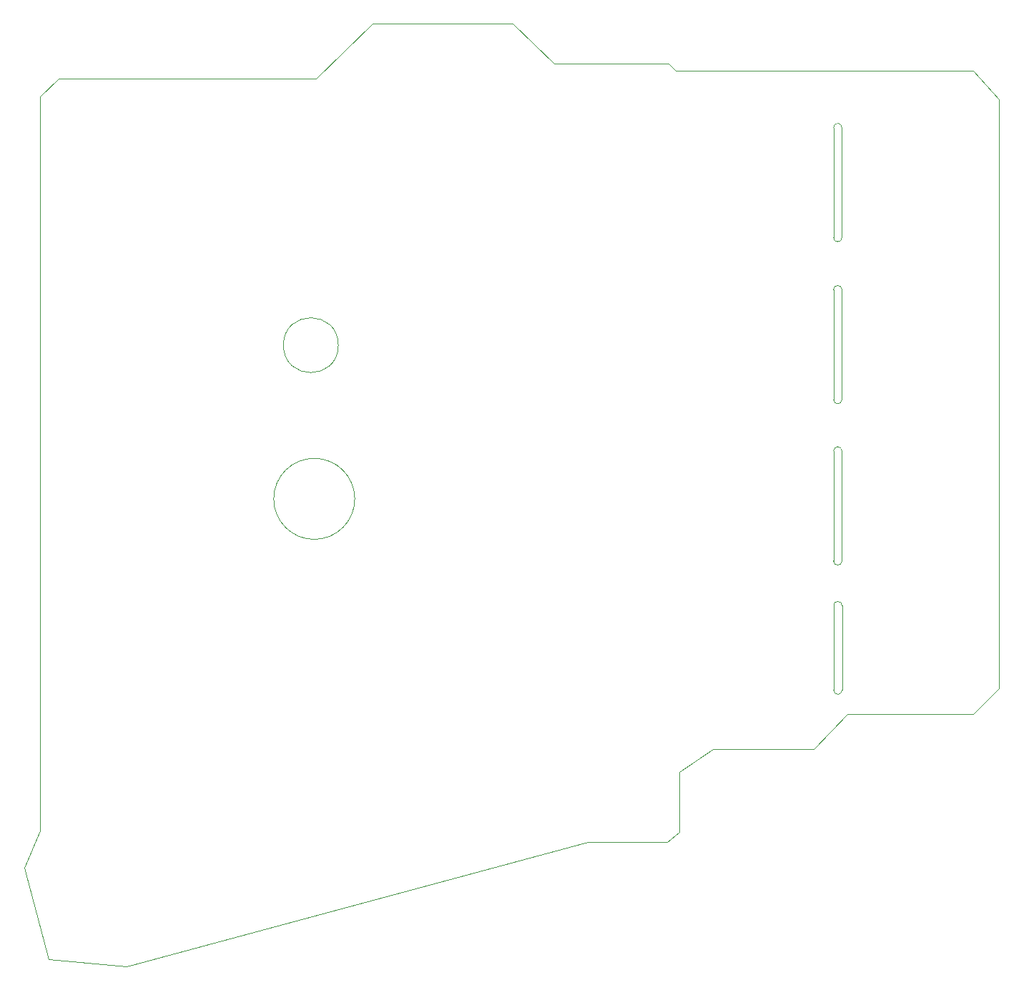
<source format=gbr>
G04 #@! TF.GenerationSoftware,KiCad,Pcbnew,(5.1.4)-1*
G04 #@! TF.CreationDate,2023-02-11T17:21:55-05:00*
G04 #@! TF.ProjectId,ThumbsUp,5468756d-6273-4557-902e-6b696361645f,rev?*
G04 #@! TF.SameCoordinates,Original*
G04 #@! TF.FileFunction,Profile,NP*
%FSLAX46Y46*%
G04 Gerber Fmt 4.6, Leading zero omitted, Abs format (unit mm)*
G04 Created by KiCad (PCBNEW (5.1.4)-1) date 2023-02-11 17:21:55*
%MOMM*%
%LPD*%
G04 APERTURE LIST*
%ADD10C,0.050000*%
G04 APERTURE END LIST*
D10*
X243162025Y-576560322D02*
X247112025Y-572410322D01*
X152582510Y-601446632D02*
X149704378Y-590684833D01*
X190912025Y-490660322D02*
X207462025Y-490660322D01*
X216612025Y-587610322D02*
X225812025Y-587610323D01*
X152582510Y-601446632D02*
X161803913Y-602309185D01*
X216612025Y-587610322D02*
X216412025Y-587610323D01*
X265112025Y-569410323D02*
X262012024Y-572410322D01*
X151521905Y-499306391D02*
X153712026Y-497160322D01*
X184212025Y-497160322D02*
X153712026Y-497160322D01*
X227212025Y-586410323D02*
X225812025Y-587610323D01*
X247312025Y-572410323D02*
X247112025Y-572410322D01*
X262012025Y-496260323D02*
X228612025Y-496260322D01*
X212412025Y-495410323D02*
X225962025Y-495410322D01*
X151502490Y-586234349D02*
X149704378Y-590684833D01*
X246480000Y-502980000D02*
X246480000Y-516000000D01*
X246480000Y-516000000D02*
G75*
G02X245480000Y-516000000I-500000J0D01*
G01*
X246500000Y-569600000D02*
G75*
G02X245500000Y-569600000I-500000J0D01*
G01*
X245480000Y-522180000D02*
X245480000Y-535200000D01*
X245480000Y-541280000D02*
G75*
G02X246480000Y-541280000I500000J0D01*
G01*
X228612025Y-496260322D02*
X226812025Y-496260322D01*
X265112025Y-499660322D02*
X265112025Y-569410323D01*
X227212025Y-586410323D02*
X227212025Y-579310322D01*
X246480000Y-541280000D02*
X246480000Y-554300000D01*
X190912025Y-490660322D02*
X184212025Y-497160322D01*
X246480000Y-535200000D02*
G75*
G02X245480000Y-535200000I-500000J0D01*
G01*
X212412025Y-495410323D02*
X207462025Y-490660322D01*
X243162025Y-576560322D02*
X231212025Y-576560322D01*
X246480000Y-522180000D02*
X246480000Y-535200000D01*
X246500000Y-559600000D02*
X246500000Y-569600000D01*
X188800000Y-546950000D02*
G75*
G03X188800000Y-546950000I-4800000J0D01*
G01*
X245500000Y-559600000D02*
G75*
G02X246500000Y-559600000I500000J0D01*
G01*
X216412025Y-587610323D02*
X161803913Y-602309185D01*
X225962025Y-495410322D02*
X226812025Y-496260322D01*
X262012025Y-496260323D02*
X265112025Y-499660322D01*
X249112025Y-572410323D02*
X262012024Y-572410322D01*
X245500000Y-559600000D02*
X245500000Y-569600000D01*
X245480000Y-541280000D02*
X245480000Y-554300000D01*
X245480000Y-502980000D02*
G75*
G02X246480000Y-502980000I500000J0D01*
G01*
X151502490Y-586234349D02*
X151521905Y-499306391D01*
X246480000Y-554300000D02*
G75*
G02X245480000Y-554300000I-500000J0D01*
G01*
X186850000Y-528750000D02*
G75*
G03X186850000Y-528750000I-3250000J0D01*
G01*
X227212025Y-579310322D02*
X231212025Y-576560322D01*
X245480000Y-502980000D02*
X245480000Y-516000000D01*
X245480000Y-522180000D02*
G75*
G02X246480000Y-522180000I500000J0D01*
G01*
X247312025Y-572410323D02*
X249112025Y-572410323D01*
M02*

</source>
